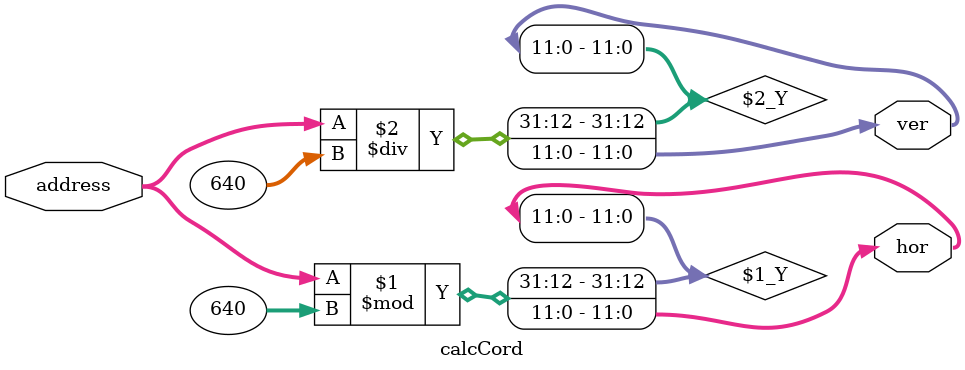
<source format=v>
module vga_controller(iRST_n, iVGA_CLK,oBLANK_n,oHS,oVS, b_data, g_data, r_data, 
						// Custom Additions. 
                      pR_moveup, pR_movedown, pL_moveup, pL_movedown, ball, guitar_in, left_paddle, right_paddle, notes1, notes2, notes3);
	// Prewritten VGA Controller Input/Output.
		input iRST_n; 				// N/A
		input iVGA_CLK; 			// VGA clock.
		output reg oBLANK_n; 		// N/A 
		output reg oHS; 			// N/A
		output reg oVS; 			// N/A
		output [7:0] b_data; 		// Blue color data for vga
		output [7:0] g_data; 		// Green color data for vga
		output [7:0] r_data; 		// Red color_index data for vga 

	// Prewritten VGA Controller  Wires/Registers
		reg [23:0] bgr_data;		// 
		reg [18:0] ADDR;			// Address of the current pixel. (encodes x & y pixel location). 

		wire [7:0] backgroud_index;			// Background color_index background_index at ADDR. 
		wire [23:0] bgr_data_raw;	// 
		wire [7:0] color_index;			// Color
		wire cBLANK_n,cHS,cVS;
		input [31:0] ball;
		
	// hit notes
		input [5:0] guitar_in;

	// Custom Code. Game Logic.
		input pR_moveup, pR_movedown, pL_moveup, pL_movedown; 
		
		input [31:0] left_paddle, right_paddle, notes1, notes2, notes3;

		// Initialize Objects (Top Left Pixel Position)
			// Left Paddle Properties.
				wire [11:0] pL_width, pL_height;

				reg [11:0] pL_xpos = 12'd100;
				reg [11:0] pL_ypos = 12'd100;
				assign pL_width = 12'd20;
				assign pL_height = 12'd100;
			// Right Paddle Properties.
				wire [11:0] pR_width, pR_height;

				reg [11:0] pR_xpos = 12'd500;
				reg [11:0] pR_ypos = 12'd100;
				assign pR_width = 12'd20;
				assign pR_height = 12'd100;
			// Ball Properties
				wire [11:0] b_width, b_height;


				assign b_width = 12'd20;
				assign b_height = 12'd20;
		// Game Logistics
			wire [11:0] paddle_vel, ball_vel;
			reg [10:0] b_xpos;
			reg [10:0] b_ypos;
			assign paddle_vel = 12'd10;
			assign ball_vel = 12'd3;

		// Change Position (Button Response)
			always@(posedge slowclock)
			begin
				b_xpos = ball[31:21];
				b_ypos = ball[20:10];
				// Right paddle next position.
					if (pR_moveup == 1'b0)
						begin
							pR_ypos = pR_ypos + paddle_vel;
						end
					if (pR_movedown == 1'b0)
						begin
							pR_ypos = pR_ypos - paddle_vel;
						end
				// Left paddle next position 
					if (pL_moveup == 1'b0)
						begin
							pL_ypos = pL_ypos + paddle_vel;
						end
					if (pL_movedown == 1'b0)
						begin
							pL_ypos = pL_ypos - paddle_vel;
						end
			end
			
			// logic to calculate note positions
			wire [10:0] p1note1_x, p1note2_x, p1note3_x, p1note4_x, p1note5_x, p1note6_x, p2note1_x, p2note2_x, p2note3_x, p2note4_x, p2note5_x, p2note6_x;
			wire [10:0] p1note1_y, p1note2_y, p1note3_y, p1note4_y, p1note5_y, p1note6_y, p2note1_y, p2note2_y, p2note3_y, p2note4_y, p2note5_y, p2note6_y;
			wire [7:0] p1note1_c, p1note2_c, p1note3_c, p1note4_c, p1note5_c, p1note6_c, p2note1_c, p2note2_c, p2note3_c, p2note4_c, p2note5_c, p2note6_c;
			assign p1note1_x = -notes1[31:21] + 11'd310; // 310 = 640/2 - 20/2
			assign p1note2_x = -notes1[15:5] + 11'd310;
			assign p1note3_x = -notes2[31:21] + 11'd310;
			assign p1note4_x = -notes2[15:5] + 11'd310;
			assign p1note5_x = -notes3[31:21] + 11'd310;
			assign p1note6_x = -notes3[15:5] + 11'd310;
			assign p2note1_x = notes1[31:21] + 11'd310;
			assign p2note2_x = notes1[15:5] + 11'd310;
			assign p2note3_x = notes2[31:21] + 11'd310;
			assign p2note4_x = notes2[15:5] + 11'd310;
			assign p2note5_x = notes3[31:21] + 11'd310;
			assign p2note6_x = notes3[15:5] + 11'd310;
			
			z_pmux_3_12 n1y(.sel0(notes1[20]), .sel1(notes1[19]), .in0(12'd77), .in1(12'd27), .in2(12'd52), .out(p1note1_y));
			z_pmux_3_12 n2y(.sel0(notes1[20]), .sel1(notes1[19]), .in0(12'd77), .in1(12'd27), .in2(12'd52), .out(p1note2_y));
			z_pmux_3_12 n3y(.sel0(notes2[20]), .sel1(notes2[19]), .in0(12'd77), .in1(12'd27), .in2(12'd52), .out(p1note3_y));
			z_pmux_3_12 n4y(.sel0(notes2[20]), .sel1(notes2[19]), .in0(12'd77), .in1(12'd27), .in2(12'd52), .out(p1note4_y));
			z_pmux_3_12 n5y(.sel0(notes3[20]), .sel1(notes3[19]), .in0(12'd77), .in1(12'd27), .in2(12'd52), .out(p1note5_y));
			z_pmux_3_12 n6y(.sel0(notes3[20]), .sel1(notes3[19]), .in0(12'd77), .in1(12'd27), .in2(12'd52), .out(p1note6_y));
			assign p2note1_y = p1note1_y;
			assign p2note2_y = p1note2_y;
			assign p2note3_y = p1note3_y;
			assign p2note4_y = p1note4_y;
			assign p2note5_y = p1note5_y;
			assign p2note6_y = p1note6_y;
			
			z_pmux_3_8 n1c(.sel0(notes1[20]), .sel1(notes1[19]), .in0(8'h000005), .in1(8'h000003), .in2(8'h000004), .out(p1note1_c));
			z_pmux_3_8 n2c(.sel0(notes1[20]), .sel1(notes1[19]), .in0(8'h000005), .in1(8'h000003), .in2(8'h000004), .out(p1note2_c));
			z_pmux_3_8 n3c(.sel0(notes2[20]), .sel1(notes2[19]), .in0(8'h000005), .in1(8'h000003), .in2(8'h000004), .out(p1note3_c));
			z_pmux_3_8 n4c(.sel0(notes2[20]), .sel1(notes2[19]), .in0(8'h000005), .in1(8'h000003), .in2(8'h000004), .out(p1note4_c));
			z_pmux_3_8 n5c(.sel0(notes3[20]), .sel1(notes3[19]), .in0(8'h000005), .in1(8'h000003), .in2(8'h000004), .out(p1note5_c));
			z_pmux_3_8 n6c(.sel0(notes3[20]), .sel1(notes3[19]), .in0(8'h000005), .in1(8'h000003), .in2(8'h000004), .out(p1note6_c));
			assign p2note1_c = p1note1_c;
			assign p2note2_c = p1note2_c;
			assign p2note3_c = p1note3_c;
			assign p2note4_c = p1note4_c;
			assign p2note5_c = p1note5_c;
			assign p2note6_c = p1note6_c;
			
			

			 wire [11:0] x_ADDR, y_ADDR;  // Address of the x and y pixel that is currently being edited.
			 calcCord trs(ADDR, x_ADDR, y_ADDR);
	 
			 wire inboundsx, inboundsy;
			 wire color_pL, color_pR, color_b, color_p1y, color_p1r, color_p1g, color_p2y, color_p2r, color_p2g, 
				color_string1, color_string2, color_string3, color_p1note1, color_p1note2, color_p1note3, color_p1note4, color_p1note5, color_p1note6, 
				color_p2note1, color_p2note2, color_p2note3, color_p2note4, color_p2note5, color_p2note6;

			 	color_object color_paddleL(.x_ADDR(x_ADDR), .y_ADDR(y_ADDR), .obj_xpos(pL_xpos), .obj_ypos(left_paddle[20:10]), .obj_width(12'd20), .obj_length(12'd100), .color_obj(color_pL));
			 	color_object color_paddleR(.x_ADDR(x_ADDR), .y_ADDR(y_ADDR), .obj_xpos(pR_xpos), .obj_ypos(pR_ypos), .obj_width(12'd20), .obj_length(12'd100), .color_obj(color_pR));
			 	color_object color_ball(.x_ADDR(x_ADDR), .y_ADDR(y_ADDR), .obj_xpos(b_xpos), .obj_ypos(b_ypos), .obj_width(12'd20), .obj_length(12'd20), .color_obj(color_b));
				
				color_object color_p1n1(.x_ADDR(x_ADDR), .y_ADDR(y_ADDR), .obj_xpos(p1note1_x), .obj_ypos(p1note1_y), .obj_width(12'd21), .obj_length(12'd21), .color_obj(color_p1note1));
				color_object color_p1n2(.x_ADDR(x_ADDR), .y_ADDR(y_ADDR), .obj_xpos(p1note2_x), .obj_ypos(p1note2_y), .obj_width(12'd21), .obj_length(12'd21), .color_obj(color_p1note2));
				color_object color_p1n3(.x_ADDR(x_ADDR), .y_ADDR(y_ADDR), .obj_xpos(p1note3_x), .obj_ypos(p1note3_y), .obj_width(12'd21), .obj_length(12'd21), .color_obj(color_p1note3));
				color_object color_p1n4(.x_ADDR(x_ADDR), .y_ADDR(y_ADDR), .obj_xpos(p1note4_x), .obj_ypos(p1note4_y), .obj_width(12'd21), .obj_length(12'd21), .color_obj(color_p1note4));
				color_object color_p1n5(.x_ADDR(x_ADDR), .y_ADDR(y_ADDR), .obj_xpos(p1note5_x), .obj_ypos(p1note5_y), .obj_width(12'd21), .obj_length(12'd21), .color_obj(color_p1note5));
				color_object color_p1n6(.x_ADDR(x_ADDR), .y_ADDR(y_ADDR), .obj_xpos(p1note6_x), .obj_ypos(p1note6_y), .obj_width(12'd21), .obj_length(12'd21), .color_obj(color_p1note6));
				color_object color_p2n1(.x_ADDR(x_ADDR), .y_ADDR(y_ADDR), .obj_xpos(p2note1_x), .obj_ypos(p2note1_y), .obj_width(12'd21), .obj_length(12'd21), .color_obj(color_p2note1));
				color_object color_p2n2(.x_ADDR(x_ADDR), .y_ADDR(y_ADDR), .obj_xpos(p2note2_x), .obj_ypos(p2note2_y), .obj_width(12'd21), .obj_length(12'd21), .color_obj(color_p2note2));
				color_object color_p2n3(.x_ADDR(x_ADDR), .y_ADDR(y_ADDR), .obj_xpos(p2note3_x), .obj_ypos(p2note3_y), .obj_width(12'd21), .obj_length(12'd21), .color_obj(color_p2note3));
				color_object color_p2n4(.x_ADDR(x_ADDR), .y_ADDR(y_ADDR), .obj_xpos(p2note4_x), .obj_ypos(p2note4_y), .obj_width(12'd21), .obj_length(12'd21), .color_obj(color_p2note4));
				color_object color_p2n5(.x_ADDR(x_ADDR), .y_ADDR(y_ADDR), .obj_xpos(p2note5_x), .obj_ypos(p2note5_y), .obj_width(12'd21), .obj_length(12'd21), .color_obj(color_p2note5));
				color_object color_p2n6(.x_ADDR(x_ADDR), .y_ADDR(y_ADDR), .obj_xpos(p2note6_x), .obj_ypos(p2note6_y), .obj_width(12'd21), .obj_length(12'd21), .color_obj(color_p2note6));
				
				color_object color_p1r_hit(.x_ADDR(x_ADDR), .y_ADDR(y_ADDR), .obj_xpos(12'd50), .obj_ypos(12'd25), .obj_width(12'd5), .obj_length(12'd25), .color_obj(color_p1r));
				color_object color_p1g_hit(.x_ADDR(x_ADDR), .y_ADDR(y_ADDR), .obj_xpos(12'd50), .obj_ypos(12'd50), .obj_width(12'd5), .obj_length(12'd25), .color_obj(color_p1g));
				color_object color_p1y_hit(.x_ADDR(x_ADDR), .y_ADDR(y_ADDR), .obj_xpos(12'd50), .obj_ypos(12'd75), .obj_width(12'd5), .obj_length(12'd25), .color_obj(color_p1y));
				color_object color_p2r_hit(.x_ADDR(x_ADDR), .y_ADDR(y_ADDR), .obj_xpos(12'd585), .obj_ypos(12'd25), .obj_width(12'd5), .obj_length(12'd25), .color_obj(color_p2r));
				color_object color_p2g_hit(.x_ADDR(x_ADDR), .y_ADDR(y_ADDR), .obj_xpos(12'd585), .obj_ypos(12'd50), .obj_width(12'd5), .obj_length(12'd25), .color_obj(color_p2g));
				color_object color_p2y_hit(.x_ADDR(x_ADDR), .y_ADDR(y_ADDR), .obj_xpos(12'd585), .obj_ypos(12'd75), .obj_width(12'd5), .obj_length(12'd25), .color_obj(color_p2y));
				
				color_object color_str1(.x_ADDR(x_ADDR), .y_ADDR(y_ADDR), .obj_xpos(12'd0), .obj_ypos(12'd37), .obj_width(12'd640), .obj_length(12'd3), .color_obj(color_string1));
				color_object color_str2(.x_ADDR(x_ADDR), .y_ADDR(y_ADDR), .obj_xpos(12'd0), .obj_ypos(12'd62), .obj_width(12'd640), .obj_length(12'd3), .color_obj(color_string2));
				color_object color_str3(.x_ADDR(x_ADDR), .y_ADDR(y_ADDR), .obj_xpos(12'd0), .obj_ypos(12'd87), .obj_width(12'd640), .obj_length(12'd3), .color_obj(color_string3));
			 	
			 	wire [7:0] post_paddle1_index, post_paddle2_index, post_ball_index, str1, str2, str3, p1r, p1g, p1y, p2r, p2g, p2y, p1n1, p1n2, p1n3, p1n4, p1n5, p1n6, p2n1, p2n2, p2n3, p2n4, p2n5, p2n6;
				assign post_paddle1_index = color_pL ? 8'h000002 : background_index;
			 	assign post_paddle2_index = color_pR ? 8'h000002 : post_paddle1_index;
				assign post_ball_index = color_b ? 8'h000002 : post_paddle2_index;
				
				assign str1 = color_string1 ? 8'h000006 : post_ball_index;
				assign str2 = color_string2 ? 8'h000006 : str1;
				assign str3 = color_string3 ? 8'h000006 : str2;
				
				assign p1n1 = (color_p1note1 && (notes1[20] || notes1[19] || notes1[18]) && ~notes1[17]) ? p1note1_c : str3;
				assign p1n2 = (color_p1note2 && (notes1[4]  || notes1[3]  || notes1[2])  && ~notes1[1])  ? p1note2_c : p1n1;
				assign p1n3 = (color_p1note3 && (notes2[20] || notes2[19] || notes2[18]) && ~notes2[17]) ? p1note3_c : p1n2;
				assign p1n4 = (color_p1note4 && (notes2[4]  || notes2[3]  || notes2[2])  && ~notes2[1])  ? p1note4_c : p1n3;
				assign p1n5 = (color_p1note5 && (notes3[20] || notes3[19] || notes3[18]) && ~notes3[17]) ? p1note5_c : p1n4;
				assign p1n6 = (color_p1note6 && (notes3[4]  || notes3[3]  || notes3[2])  && ~notes3[1])  ? p1note6_c : p1n5;
				assign p2n1 = (color_p2note1 && (notes1[20] || notes1[19] || notes1[18]) && ~notes1[16]) ? p2note1_c : p1n6;
				assign p2n2 = (color_p2note2 && (notes1[4]  || notes1[3]  || notes1[2])  && ~notes1[0])  ? p2note2_c : p2n1;
				assign p2n3 = (color_p2note3 && (notes2[20] || notes2[19] || notes2[18]) && ~notes2[16]) ? p2note3_c : p2n2;
				assign p2n4 = (color_p2note4 && (notes2[4]  || notes2[3]  || notes2[2])  && ~notes2[0])  ? p2note4_c : p2n3;
				assign p2n5 = (color_p2note5 && (notes3[20] || notes3[19] || notes3[18]) && ~notes3[16]) ? p2note5_c : p2n4;
				assign p2n6 = (color_p2note6 && (notes3[4]  || notes3[3]  || notes3[2])  && ~notes3[0])  ? p2note6_c : p2n5;
				
				
				assign p1r = (color_p1r && guitar_in[0]) ? 8'h000003 : p2n6;
				assign p1g = (color_p1g && guitar_in[1]) ? 8'h000004 : p1r;
				assign p1y = (color_p1y && guitar_in[2]) ? 8'h000005 : p1g;
				assign p2r = (color_p2r && guitar_in[3]) ? 8'h000003 : p1y;
				assign p2g = (color_p2g && guitar_in[4]) ? 8'h000004 : p2r;
				assign p2y = (color_p2y && guitar_in[5]) ? 8'h000005 : p2g;
				
				
				assign color_index = p2y;

	// Handle ADDR Manipulation. 
		always@(posedge iVGA_CLK,negedge iRST_n)
		begin
		  if (!iRST_n)
		     ADDR<=19'd0;
		  else if (cHS==1'b0 && cVS==1'b0)
		     ADDR<=19'd0;
		  else if (cBLANK_n==1'b1)
		     ADDR<=ADDR+1;
		end

	// Video Sync Generator Helper Function
		video_sync_generator LTM_ins (.vga_clk(iVGA_CLK),
		                              .reset(~iRST_n),
		                              .blank_n(cBLANK_n),
		                              .HS(cHS),
		                              .VS(cVS));

	// Clock Divider Code
		/*	################################################################
		 					Clock Divider Helper 
			################################################################  */
		reg [20:0] counter = 20'b0;
		reg slowclock = 20'b0;
		always@(posedge iVGA_CLK)
		begin
			if (counter == 20'd1000000)
			begin
				slowclock = !slowclock;
				counter = 20'b0;
			end
			else
				counter = counter+20'b1;
		end

	// Manages VGA Color Indexing and updating.
		img_data	img_data_inst (
			.address (ADDR),
			.clock (~VGA_CLK_n),
			.q (background_index)
			);
		
		img_index	img_index_inst (
			.address (color_index),
			.clock (iVGA_CLK),
			.q (bgr_data_raw)
			);

		// Latch valid color_index data at falling of the VGA clock.
		always@(posedge ~iVGA_CLK) bgr_data <= bgr_data_raw;
		assign r_data = bgr_data[23:16];
		assign g_data = bgr_data[15:8];
		assign b_data = bgr_data[7:0]; 
		//////Delay the iHD, iVD,iDEN for one clock cycle;
		always@(negedge iVGA_CLK)
		begin
		  oHS<=cHS;
		  oVS<=cVS;
		  oBLANK_n<=cBLANK_n;
		end
endmodule


 	
module color_object(x_ADDR, y_ADDR, obj_xpos, obj_ypos, obj_width, obj_length, color_obj);
	input [11:0] x_ADDR, y_ADDR, obj_xpos, obj_ypos, obj_width, obj_length;
	output color_obj;

	wire inboundsX, inboundsY; 
	assign inboundsX = ((x_ADDR - obj_xpos) < obj_width && (x_ADDR - obj_xpos) > 12'd0);
	assign inboundsY = ((y_ADDR - obj_ypos) < obj_length && (y_ADDR - obj_ypos) > 12'd0);

	assign color_obj = inboundsX & inboundsY;
endmodule

module calcCord(address, hor, ver);
	input [18:0] address;
	output [11:0] hor, ver;
	assign hor = address%640;
	assign ver = address/640;
endmodule
</source>
